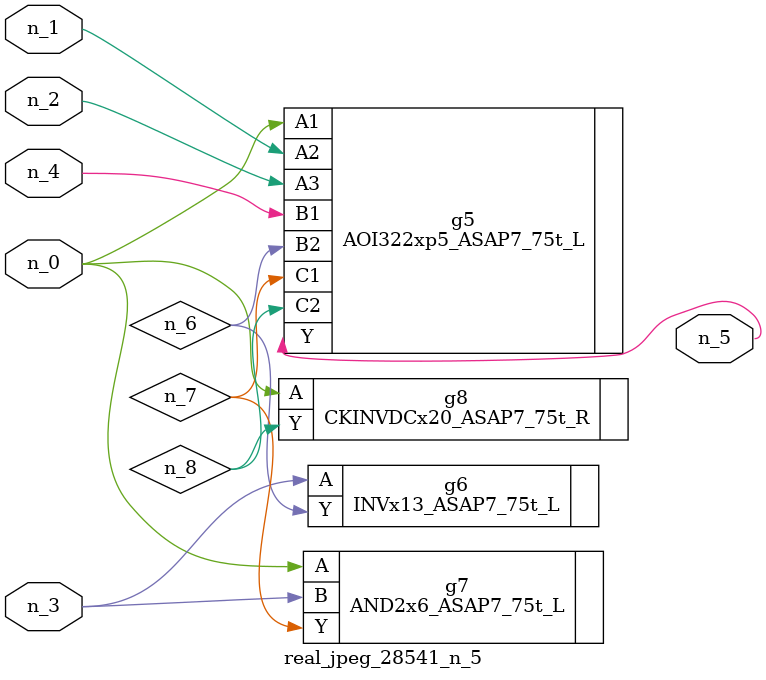
<source format=v>
module real_jpeg_28541_n_5 (n_4, n_0, n_1, n_2, n_3, n_5);

input n_4;
input n_0;
input n_1;
input n_2;
input n_3;

output n_5;

wire n_8;
wire n_6;
wire n_7;

AOI322xp5_ASAP7_75t_L g5 ( 
.A1(n_0),
.A2(n_1),
.A3(n_2),
.B1(n_4),
.B2(n_6),
.C1(n_7),
.C2(n_8),
.Y(n_5)
);

AND2x6_ASAP7_75t_L g7 ( 
.A(n_0),
.B(n_3),
.Y(n_7)
);

CKINVDCx20_ASAP7_75t_R g8 ( 
.A(n_0),
.Y(n_8)
);

INVx13_ASAP7_75t_L g6 ( 
.A(n_3),
.Y(n_6)
);


endmodule
</source>
